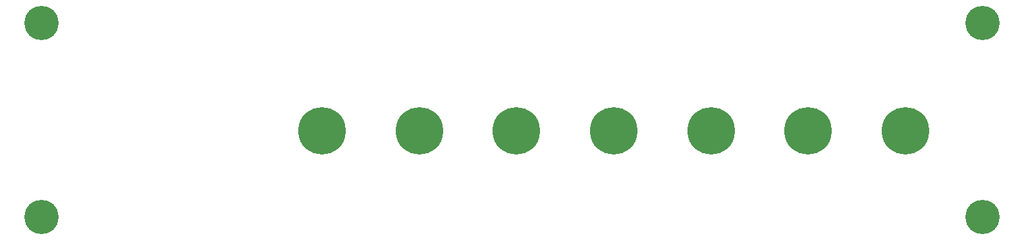
<source format=gbr>
G04 EAGLE Gerber RS-274X export*
G75*
%MOMM*%
%FSLAX34Y34*%
%LPD*%
%INSoldermask Top*%
%IPPOS*%
%AMOC8*
5,1,8,0,0,1.08239X$1,22.5*%
G01*
%ADD10C,6.101600*%
%ADD11C,4.417600*%


D10*
X419964Y167800D03*
X544964Y167800D03*
X669964Y167800D03*
X794964Y167800D03*
X919964Y167800D03*
X1044964Y167800D03*
X1169964Y167800D03*
D11*
X59210Y306600D03*
X59210Y56700D03*
X1269210Y56700D03*
X1269210Y306600D03*
M02*

</source>
